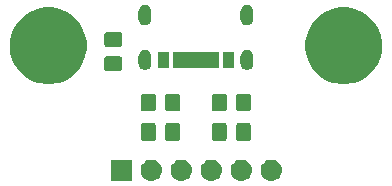
<source format=gbr>
G04 #@! TF.GenerationSoftware,KiCad,Pcbnew,(5.1.2-1)-1*
G04 #@! TF.CreationDate,2020-04-24T16:50:01+02:00*
G04 #@! TF.ProjectId,USB-C-Power-tester,5553422d-432d-4506-9f77-65722d746573,rev?*
G04 #@! TF.SameCoordinates,Original*
G04 #@! TF.FileFunction,Soldermask,Top*
G04 #@! TF.FilePolarity,Negative*
%FSLAX46Y46*%
G04 Gerber Fmt 4.6, Leading zero omitted, Abs format (unit mm)*
G04 Created by KiCad (PCBNEW (5.1.2-1)-1) date 2020-04-24 16:50:01*
%MOMM*%
%LPD*%
G04 APERTURE LIST*
%ADD10C,0.100000*%
G04 APERTURE END LIST*
D10*
G36*
X88980443Y-70655519D02*
G01*
X89046627Y-70662037D01*
X89216466Y-70713557D01*
X89372991Y-70797222D01*
X89408729Y-70826552D01*
X89510186Y-70909814D01*
X89593448Y-71011271D01*
X89622778Y-71047009D01*
X89706443Y-71203534D01*
X89757963Y-71373373D01*
X89775359Y-71550000D01*
X89757963Y-71726627D01*
X89706443Y-71896466D01*
X89622778Y-72052991D01*
X89593448Y-72088729D01*
X89510186Y-72190186D01*
X89408729Y-72273448D01*
X89372991Y-72302778D01*
X89216466Y-72386443D01*
X89046627Y-72437963D01*
X88980442Y-72444482D01*
X88914260Y-72451000D01*
X88825740Y-72451000D01*
X88759558Y-72444482D01*
X88693373Y-72437963D01*
X88523534Y-72386443D01*
X88367009Y-72302778D01*
X88331271Y-72273448D01*
X88229814Y-72190186D01*
X88146552Y-72088729D01*
X88117222Y-72052991D01*
X88033557Y-71896466D01*
X87982037Y-71726627D01*
X87964641Y-71550000D01*
X87982037Y-71373373D01*
X88033557Y-71203534D01*
X88117222Y-71047009D01*
X88146552Y-71011271D01*
X88229814Y-70909814D01*
X88331271Y-70826552D01*
X88367009Y-70797222D01*
X88523534Y-70713557D01*
X88693373Y-70662037D01*
X88759557Y-70655519D01*
X88825740Y-70649000D01*
X88914260Y-70649000D01*
X88980443Y-70655519D01*
X88980443Y-70655519D01*
G37*
G36*
X86440443Y-70655519D02*
G01*
X86506627Y-70662037D01*
X86676466Y-70713557D01*
X86832991Y-70797222D01*
X86868729Y-70826552D01*
X86970186Y-70909814D01*
X87053448Y-71011271D01*
X87082778Y-71047009D01*
X87166443Y-71203534D01*
X87217963Y-71373373D01*
X87235359Y-71550000D01*
X87217963Y-71726627D01*
X87166443Y-71896466D01*
X87082778Y-72052991D01*
X87053448Y-72088729D01*
X86970186Y-72190186D01*
X86868729Y-72273448D01*
X86832991Y-72302778D01*
X86676466Y-72386443D01*
X86506627Y-72437963D01*
X86440442Y-72444482D01*
X86374260Y-72451000D01*
X86285740Y-72451000D01*
X86219558Y-72444482D01*
X86153373Y-72437963D01*
X85983534Y-72386443D01*
X85827009Y-72302778D01*
X85791271Y-72273448D01*
X85689814Y-72190186D01*
X85606552Y-72088729D01*
X85577222Y-72052991D01*
X85493557Y-71896466D01*
X85442037Y-71726627D01*
X85424641Y-71550000D01*
X85442037Y-71373373D01*
X85493557Y-71203534D01*
X85577222Y-71047009D01*
X85606552Y-71011271D01*
X85689814Y-70909814D01*
X85791271Y-70826552D01*
X85827009Y-70797222D01*
X85983534Y-70713557D01*
X86153373Y-70662037D01*
X86219557Y-70655519D01*
X86285740Y-70649000D01*
X86374260Y-70649000D01*
X86440443Y-70655519D01*
X86440443Y-70655519D01*
G37*
G36*
X83900443Y-70655519D02*
G01*
X83966627Y-70662037D01*
X84136466Y-70713557D01*
X84292991Y-70797222D01*
X84328729Y-70826552D01*
X84430186Y-70909814D01*
X84513448Y-71011271D01*
X84542778Y-71047009D01*
X84626443Y-71203534D01*
X84677963Y-71373373D01*
X84695359Y-71550000D01*
X84677963Y-71726627D01*
X84626443Y-71896466D01*
X84542778Y-72052991D01*
X84513448Y-72088729D01*
X84430186Y-72190186D01*
X84328729Y-72273448D01*
X84292991Y-72302778D01*
X84136466Y-72386443D01*
X83966627Y-72437963D01*
X83900442Y-72444482D01*
X83834260Y-72451000D01*
X83745740Y-72451000D01*
X83679558Y-72444482D01*
X83613373Y-72437963D01*
X83443534Y-72386443D01*
X83287009Y-72302778D01*
X83251271Y-72273448D01*
X83149814Y-72190186D01*
X83066552Y-72088729D01*
X83037222Y-72052991D01*
X82953557Y-71896466D01*
X82902037Y-71726627D01*
X82884641Y-71550000D01*
X82902037Y-71373373D01*
X82953557Y-71203534D01*
X83037222Y-71047009D01*
X83066552Y-71011271D01*
X83149814Y-70909814D01*
X83251271Y-70826552D01*
X83287009Y-70797222D01*
X83443534Y-70713557D01*
X83613373Y-70662037D01*
X83679557Y-70655519D01*
X83745740Y-70649000D01*
X83834260Y-70649000D01*
X83900443Y-70655519D01*
X83900443Y-70655519D01*
G37*
G36*
X81360443Y-70655519D02*
G01*
X81426627Y-70662037D01*
X81596466Y-70713557D01*
X81752991Y-70797222D01*
X81788729Y-70826552D01*
X81890186Y-70909814D01*
X81973448Y-71011271D01*
X82002778Y-71047009D01*
X82086443Y-71203534D01*
X82137963Y-71373373D01*
X82155359Y-71550000D01*
X82137963Y-71726627D01*
X82086443Y-71896466D01*
X82002778Y-72052991D01*
X81973448Y-72088729D01*
X81890186Y-72190186D01*
X81788729Y-72273448D01*
X81752991Y-72302778D01*
X81596466Y-72386443D01*
X81426627Y-72437963D01*
X81360442Y-72444482D01*
X81294260Y-72451000D01*
X81205740Y-72451000D01*
X81139558Y-72444482D01*
X81073373Y-72437963D01*
X80903534Y-72386443D01*
X80747009Y-72302778D01*
X80711271Y-72273448D01*
X80609814Y-72190186D01*
X80526552Y-72088729D01*
X80497222Y-72052991D01*
X80413557Y-71896466D01*
X80362037Y-71726627D01*
X80344641Y-71550000D01*
X80362037Y-71373373D01*
X80413557Y-71203534D01*
X80497222Y-71047009D01*
X80526552Y-71011271D01*
X80609814Y-70909814D01*
X80711271Y-70826552D01*
X80747009Y-70797222D01*
X80903534Y-70713557D01*
X81073373Y-70662037D01*
X81139557Y-70655519D01*
X81205740Y-70649000D01*
X81294260Y-70649000D01*
X81360443Y-70655519D01*
X81360443Y-70655519D01*
G37*
G36*
X78820443Y-70655519D02*
G01*
X78886627Y-70662037D01*
X79056466Y-70713557D01*
X79212991Y-70797222D01*
X79248729Y-70826552D01*
X79350186Y-70909814D01*
X79433448Y-71011271D01*
X79462778Y-71047009D01*
X79546443Y-71203534D01*
X79597963Y-71373373D01*
X79615359Y-71550000D01*
X79597963Y-71726627D01*
X79546443Y-71896466D01*
X79462778Y-72052991D01*
X79433448Y-72088729D01*
X79350186Y-72190186D01*
X79248729Y-72273448D01*
X79212991Y-72302778D01*
X79056466Y-72386443D01*
X78886627Y-72437963D01*
X78820442Y-72444482D01*
X78754260Y-72451000D01*
X78665740Y-72451000D01*
X78599558Y-72444482D01*
X78533373Y-72437963D01*
X78363534Y-72386443D01*
X78207009Y-72302778D01*
X78171271Y-72273448D01*
X78069814Y-72190186D01*
X77986552Y-72088729D01*
X77957222Y-72052991D01*
X77873557Y-71896466D01*
X77822037Y-71726627D01*
X77804641Y-71550000D01*
X77822037Y-71373373D01*
X77873557Y-71203534D01*
X77957222Y-71047009D01*
X77986552Y-71011271D01*
X78069814Y-70909814D01*
X78171271Y-70826552D01*
X78207009Y-70797222D01*
X78363534Y-70713557D01*
X78533373Y-70662037D01*
X78599557Y-70655519D01*
X78665740Y-70649000D01*
X78754260Y-70649000D01*
X78820443Y-70655519D01*
X78820443Y-70655519D01*
G37*
G36*
X77071000Y-72451000D02*
G01*
X75269000Y-72451000D01*
X75269000Y-70649000D01*
X77071000Y-70649000D01*
X77071000Y-72451000D01*
X77071000Y-72451000D01*
G37*
G36*
X84938674Y-67553465D02*
G01*
X84976367Y-67564899D01*
X85011103Y-67583466D01*
X85041548Y-67608452D01*
X85066534Y-67638897D01*
X85085101Y-67673633D01*
X85096535Y-67711326D01*
X85101000Y-67756661D01*
X85101000Y-68843339D01*
X85096535Y-68888674D01*
X85085101Y-68926367D01*
X85066534Y-68961103D01*
X85041548Y-68991548D01*
X85011103Y-69016534D01*
X84976367Y-69035101D01*
X84938674Y-69046535D01*
X84893339Y-69051000D01*
X84056661Y-69051000D01*
X84011326Y-69046535D01*
X83973633Y-69035101D01*
X83938897Y-69016534D01*
X83908452Y-68991548D01*
X83883466Y-68961103D01*
X83864899Y-68926367D01*
X83853465Y-68888674D01*
X83849000Y-68843339D01*
X83849000Y-67756661D01*
X83853465Y-67711326D01*
X83864899Y-67673633D01*
X83883466Y-67638897D01*
X83908452Y-67608452D01*
X83938897Y-67583466D01*
X83973633Y-67564899D01*
X84011326Y-67553465D01*
X84056661Y-67549000D01*
X84893339Y-67549000D01*
X84938674Y-67553465D01*
X84938674Y-67553465D01*
G37*
G36*
X86988674Y-67553465D02*
G01*
X87026367Y-67564899D01*
X87061103Y-67583466D01*
X87091548Y-67608452D01*
X87116534Y-67638897D01*
X87135101Y-67673633D01*
X87146535Y-67711326D01*
X87151000Y-67756661D01*
X87151000Y-68843339D01*
X87146535Y-68888674D01*
X87135101Y-68926367D01*
X87116534Y-68961103D01*
X87091548Y-68991548D01*
X87061103Y-69016534D01*
X87026367Y-69035101D01*
X86988674Y-69046535D01*
X86943339Y-69051000D01*
X86106661Y-69051000D01*
X86061326Y-69046535D01*
X86023633Y-69035101D01*
X85988897Y-69016534D01*
X85958452Y-68991548D01*
X85933466Y-68961103D01*
X85914899Y-68926367D01*
X85903465Y-68888674D01*
X85899000Y-68843339D01*
X85899000Y-67756661D01*
X85903465Y-67711326D01*
X85914899Y-67673633D01*
X85933466Y-67638897D01*
X85958452Y-67608452D01*
X85988897Y-67583466D01*
X86023633Y-67564899D01*
X86061326Y-67553465D01*
X86106661Y-67549000D01*
X86943339Y-67549000D01*
X86988674Y-67553465D01*
X86988674Y-67553465D01*
G37*
G36*
X80988674Y-67553465D02*
G01*
X81026367Y-67564899D01*
X81061103Y-67583466D01*
X81091548Y-67608452D01*
X81116534Y-67638897D01*
X81135101Y-67673633D01*
X81146535Y-67711326D01*
X81151000Y-67756661D01*
X81151000Y-68843339D01*
X81146535Y-68888674D01*
X81135101Y-68926367D01*
X81116534Y-68961103D01*
X81091548Y-68991548D01*
X81061103Y-69016534D01*
X81026367Y-69035101D01*
X80988674Y-69046535D01*
X80943339Y-69051000D01*
X80106661Y-69051000D01*
X80061326Y-69046535D01*
X80023633Y-69035101D01*
X79988897Y-69016534D01*
X79958452Y-68991548D01*
X79933466Y-68961103D01*
X79914899Y-68926367D01*
X79903465Y-68888674D01*
X79899000Y-68843339D01*
X79899000Y-67756661D01*
X79903465Y-67711326D01*
X79914899Y-67673633D01*
X79933466Y-67638897D01*
X79958452Y-67608452D01*
X79988897Y-67583466D01*
X80023633Y-67564899D01*
X80061326Y-67553465D01*
X80106661Y-67549000D01*
X80943339Y-67549000D01*
X80988674Y-67553465D01*
X80988674Y-67553465D01*
G37*
G36*
X78938674Y-67553465D02*
G01*
X78976367Y-67564899D01*
X79011103Y-67583466D01*
X79041548Y-67608452D01*
X79066534Y-67638897D01*
X79085101Y-67673633D01*
X79096535Y-67711326D01*
X79101000Y-67756661D01*
X79101000Y-68843339D01*
X79096535Y-68888674D01*
X79085101Y-68926367D01*
X79066534Y-68961103D01*
X79041548Y-68991548D01*
X79011103Y-69016534D01*
X78976367Y-69035101D01*
X78938674Y-69046535D01*
X78893339Y-69051000D01*
X78056661Y-69051000D01*
X78011326Y-69046535D01*
X77973633Y-69035101D01*
X77938897Y-69016534D01*
X77908452Y-68991548D01*
X77883466Y-68961103D01*
X77864899Y-68926367D01*
X77853465Y-68888674D01*
X77849000Y-68843339D01*
X77849000Y-67756661D01*
X77853465Y-67711326D01*
X77864899Y-67673633D01*
X77883466Y-67638897D01*
X77908452Y-67608452D01*
X77938897Y-67583466D01*
X77973633Y-67564899D01*
X78011326Y-67553465D01*
X78056661Y-67549000D01*
X78893339Y-67549000D01*
X78938674Y-67553465D01*
X78938674Y-67553465D01*
G37*
G36*
X78938674Y-65053465D02*
G01*
X78976367Y-65064899D01*
X79011103Y-65083466D01*
X79041548Y-65108452D01*
X79066534Y-65138897D01*
X79085101Y-65173633D01*
X79096535Y-65211326D01*
X79101000Y-65256661D01*
X79101000Y-66343339D01*
X79096535Y-66388674D01*
X79085101Y-66426367D01*
X79066534Y-66461103D01*
X79041548Y-66491548D01*
X79011103Y-66516534D01*
X78976367Y-66535101D01*
X78938674Y-66546535D01*
X78893339Y-66551000D01*
X78056661Y-66551000D01*
X78011326Y-66546535D01*
X77973633Y-66535101D01*
X77938897Y-66516534D01*
X77908452Y-66491548D01*
X77883466Y-66461103D01*
X77864899Y-66426367D01*
X77853465Y-66388674D01*
X77849000Y-66343339D01*
X77849000Y-65256661D01*
X77853465Y-65211326D01*
X77864899Y-65173633D01*
X77883466Y-65138897D01*
X77908452Y-65108452D01*
X77938897Y-65083466D01*
X77973633Y-65064899D01*
X78011326Y-65053465D01*
X78056661Y-65049000D01*
X78893339Y-65049000D01*
X78938674Y-65053465D01*
X78938674Y-65053465D01*
G37*
G36*
X86988674Y-65053465D02*
G01*
X87026367Y-65064899D01*
X87061103Y-65083466D01*
X87091548Y-65108452D01*
X87116534Y-65138897D01*
X87135101Y-65173633D01*
X87146535Y-65211326D01*
X87151000Y-65256661D01*
X87151000Y-66343339D01*
X87146535Y-66388674D01*
X87135101Y-66426367D01*
X87116534Y-66461103D01*
X87091548Y-66491548D01*
X87061103Y-66516534D01*
X87026367Y-66535101D01*
X86988674Y-66546535D01*
X86943339Y-66551000D01*
X86106661Y-66551000D01*
X86061326Y-66546535D01*
X86023633Y-66535101D01*
X85988897Y-66516534D01*
X85958452Y-66491548D01*
X85933466Y-66461103D01*
X85914899Y-66426367D01*
X85903465Y-66388674D01*
X85899000Y-66343339D01*
X85899000Y-65256661D01*
X85903465Y-65211326D01*
X85914899Y-65173633D01*
X85933466Y-65138897D01*
X85958452Y-65108452D01*
X85988897Y-65083466D01*
X86023633Y-65064899D01*
X86061326Y-65053465D01*
X86106661Y-65049000D01*
X86943339Y-65049000D01*
X86988674Y-65053465D01*
X86988674Y-65053465D01*
G37*
G36*
X84938674Y-65053465D02*
G01*
X84976367Y-65064899D01*
X85011103Y-65083466D01*
X85041548Y-65108452D01*
X85066534Y-65138897D01*
X85085101Y-65173633D01*
X85096535Y-65211326D01*
X85101000Y-65256661D01*
X85101000Y-66343339D01*
X85096535Y-66388674D01*
X85085101Y-66426367D01*
X85066534Y-66461103D01*
X85041548Y-66491548D01*
X85011103Y-66516534D01*
X84976367Y-66535101D01*
X84938674Y-66546535D01*
X84893339Y-66551000D01*
X84056661Y-66551000D01*
X84011326Y-66546535D01*
X83973633Y-66535101D01*
X83938897Y-66516534D01*
X83908452Y-66491548D01*
X83883466Y-66461103D01*
X83864899Y-66426367D01*
X83853465Y-66388674D01*
X83849000Y-66343339D01*
X83849000Y-65256661D01*
X83853465Y-65211326D01*
X83864899Y-65173633D01*
X83883466Y-65138897D01*
X83908452Y-65108452D01*
X83938897Y-65083466D01*
X83973633Y-65064899D01*
X84011326Y-65053465D01*
X84056661Y-65049000D01*
X84893339Y-65049000D01*
X84938674Y-65053465D01*
X84938674Y-65053465D01*
G37*
G36*
X80988674Y-65053465D02*
G01*
X81026367Y-65064899D01*
X81061103Y-65083466D01*
X81091548Y-65108452D01*
X81116534Y-65138897D01*
X81135101Y-65173633D01*
X81146535Y-65211326D01*
X81151000Y-65256661D01*
X81151000Y-66343339D01*
X81146535Y-66388674D01*
X81135101Y-66426367D01*
X81116534Y-66461103D01*
X81091548Y-66491548D01*
X81061103Y-66516534D01*
X81026367Y-66535101D01*
X80988674Y-66546535D01*
X80943339Y-66551000D01*
X80106661Y-66551000D01*
X80061326Y-66546535D01*
X80023633Y-66535101D01*
X79988897Y-66516534D01*
X79958452Y-66491548D01*
X79933466Y-66461103D01*
X79914899Y-66426367D01*
X79903465Y-66388674D01*
X79899000Y-66343339D01*
X79899000Y-65256661D01*
X79903465Y-65211326D01*
X79914899Y-65173633D01*
X79933466Y-65138897D01*
X79958452Y-65108452D01*
X79988897Y-65083466D01*
X80023633Y-65064899D01*
X80061326Y-65053465D01*
X80106661Y-65049000D01*
X80943339Y-65049000D01*
X80988674Y-65053465D01*
X80988674Y-65053465D01*
G37*
G36*
X95634239Y-57811467D02*
G01*
X95948282Y-57873934D01*
X96539926Y-58119001D01*
X96829523Y-58312504D01*
X97072391Y-58474783D01*
X97525217Y-58927609D01*
X97583909Y-59015448D01*
X97880999Y-59460074D01*
X98126066Y-60051718D01*
X98139881Y-60121173D01*
X98251000Y-60679803D01*
X98251000Y-61320197D01*
X98213169Y-61510384D01*
X98126066Y-61948282D01*
X97880999Y-62539926D01*
X97654552Y-62878827D01*
X97567535Y-63009058D01*
X97525216Y-63072392D01*
X97072392Y-63525216D01*
X96539926Y-63880999D01*
X95948282Y-64126066D01*
X95634239Y-64188533D01*
X95320197Y-64251000D01*
X94679803Y-64251000D01*
X94365761Y-64188533D01*
X94051718Y-64126066D01*
X93460074Y-63880999D01*
X92927608Y-63525216D01*
X92474784Y-63072392D01*
X92432466Y-63009058D01*
X92345448Y-62878827D01*
X92119001Y-62539926D01*
X91873934Y-61948282D01*
X91786831Y-61510384D01*
X91749000Y-61320197D01*
X91749000Y-60679803D01*
X91860119Y-60121173D01*
X91873934Y-60051718D01*
X92119001Y-59460074D01*
X92416091Y-59015448D01*
X92474783Y-58927609D01*
X92927609Y-58474783D01*
X93170477Y-58312504D01*
X93460074Y-58119001D01*
X94051718Y-57873934D01*
X94365761Y-57811467D01*
X94679803Y-57749000D01*
X95320197Y-57749000D01*
X95634239Y-57811467D01*
X95634239Y-57811467D01*
G37*
G36*
X70634239Y-57811467D02*
G01*
X70948282Y-57873934D01*
X71539926Y-58119001D01*
X71829523Y-58312504D01*
X72072391Y-58474783D01*
X72525217Y-58927609D01*
X72583909Y-59015448D01*
X72880999Y-59460074D01*
X73126066Y-60051718D01*
X73139881Y-60121173D01*
X73251000Y-60679803D01*
X73251000Y-61320197D01*
X73213169Y-61510384D01*
X73126066Y-61948282D01*
X72880999Y-62539926D01*
X72654552Y-62878827D01*
X72567535Y-63009058D01*
X72525216Y-63072392D01*
X72072392Y-63525216D01*
X71539926Y-63880999D01*
X70948282Y-64126066D01*
X70634239Y-64188533D01*
X70320197Y-64251000D01*
X69679803Y-64251000D01*
X69365761Y-64188533D01*
X69051718Y-64126066D01*
X68460074Y-63880999D01*
X67927608Y-63525216D01*
X67474784Y-63072392D01*
X67432466Y-63009058D01*
X67345448Y-62878827D01*
X67119001Y-62539926D01*
X66873934Y-61948282D01*
X66786831Y-61510384D01*
X66749000Y-61320197D01*
X66749000Y-60679803D01*
X66860119Y-60121173D01*
X66873934Y-60051718D01*
X67119001Y-59460074D01*
X67416091Y-59015448D01*
X67474783Y-58927609D01*
X67927609Y-58474783D01*
X68170477Y-58312504D01*
X68460074Y-58119001D01*
X69051718Y-57873934D01*
X69365761Y-57811467D01*
X69679803Y-57749000D01*
X70320197Y-57749000D01*
X70634239Y-57811467D01*
X70634239Y-57811467D01*
G37*
G36*
X76088674Y-61903465D02*
G01*
X76126367Y-61914899D01*
X76161103Y-61933466D01*
X76191548Y-61958452D01*
X76216534Y-61988897D01*
X76235101Y-62023633D01*
X76246535Y-62061326D01*
X76251000Y-62106661D01*
X76251000Y-62943339D01*
X76246535Y-62988674D01*
X76235101Y-63026367D01*
X76216534Y-63061103D01*
X76191548Y-63091548D01*
X76161103Y-63116534D01*
X76126367Y-63135101D01*
X76088674Y-63146535D01*
X76043339Y-63151000D01*
X74956661Y-63151000D01*
X74911326Y-63146535D01*
X74873633Y-63135101D01*
X74838897Y-63116534D01*
X74808452Y-63091548D01*
X74783466Y-63061103D01*
X74764899Y-63026367D01*
X74753465Y-62988674D01*
X74749000Y-62943339D01*
X74749000Y-62106661D01*
X74753465Y-62061326D01*
X74764899Y-62023633D01*
X74783466Y-61988897D01*
X74808452Y-61958452D01*
X74838897Y-61933466D01*
X74873633Y-61914899D01*
X74911326Y-61903465D01*
X74956661Y-61899000D01*
X76043339Y-61899000D01*
X76088674Y-61903465D01*
X76088674Y-61903465D01*
G37*
G36*
X86927496Y-61359587D02*
G01*
X87030860Y-61390942D01*
X87126120Y-61441860D01*
X87209617Y-61510384D01*
X87278141Y-61593881D01*
X87329059Y-61689141D01*
X87360414Y-61792505D01*
X87371001Y-61900000D01*
X87371001Y-62500000D01*
X87360414Y-62607495D01*
X87329059Y-62710859D01*
X87278141Y-62806119D01*
X87209617Y-62889616D01*
X87126120Y-62958140D01*
X87030860Y-63009058D01*
X86927496Y-63040413D01*
X86820001Y-63051000D01*
X86819999Y-63051000D01*
X86712504Y-63040413D01*
X86609140Y-63009058D01*
X86513880Y-62958140D01*
X86430383Y-62889616D01*
X86361859Y-62806119D01*
X86310941Y-62710859D01*
X86279586Y-62607495D01*
X86268999Y-62500000D01*
X86268999Y-61900000D01*
X86279586Y-61792505D01*
X86310941Y-61689141D01*
X86361859Y-61593881D01*
X86430383Y-61510384D01*
X86513880Y-61441860D01*
X86609140Y-61390942D01*
X86712504Y-61359587D01*
X86819999Y-61349000D01*
X86820001Y-61349000D01*
X86927496Y-61359587D01*
X86927496Y-61359587D01*
G37*
G36*
X78287496Y-61359587D02*
G01*
X78390860Y-61390942D01*
X78486120Y-61441860D01*
X78569617Y-61510384D01*
X78638141Y-61593881D01*
X78689059Y-61689141D01*
X78720414Y-61792505D01*
X78731001Y-61900000D01*
X78731001Y-62500000D01*
X78720414Y-62607495D01*
X78689059Y-62710859D01*
X78638141Y-62806119D01*
X78569617Y-62889616D01*
X78486120Y-62958140D01*
X78390860Y-63009058D01*
X78287496Y-63040413D01*
X78180001Y-63051000D01*
X78179999Y-63051000D01*
X78072504Y-63040413D01*
X77969140Y-63009058D01*
X77873880Y-62958140D01*
X77790383Y-62889616D01*
X77721859Y-62806119D01*
X77670941Y-62710859D01*
X77639586Y-62607495D01*
X77628999Y-62500000D01*
X77628999Y-61900000D01*
X77639586Y-61792505D01*
X77670941Y-61689141D01*
X77721859Y-61593881D01*
X77790383Y-61510384D01*
X77873880Y-61441860D01*
X77969140Y-61390942D01*
X78072504Y-61359587D01*
X78179999Y-61349000D01*
X78180001Y-61349000D01*
X78287496Y-61359587D01*
X78287496Y-61359587D01*
G37*
G36*
X85701000Y-62851000D02*
G01*
X84799000Y-62851000D01*
X84799000Y-61549000D01*
X85701000Y-61549000D01*
X85701000Y-62851000D01*
X85701000Y-62851000D01*
G37*
G36*
X84471000Y-62851000D02*
G01*
X80529000Y-62851000D01*
X80529000Y-61549000D01*
X84471000Y-61549000D01*
X84471000Y-62851000D01*
X84471000Y-62851000D01*
G37*
G36*
X80201000Y-62851000D02*
G01*
X79299000Y-62851000D01*
X79299000Y-61549000D01*
X80201000Y-61549000D01*
X80201000Y-62851000D01*
X80201000Y-62851000D01*
G37*
G36*
X76088674Y-59853465D02*
G01*
X76126367Y-59864899D01*
X76161103Y-59883466D01*
X76191548Y-59908452D01*
X76216534Y-59938897D01*
X76235101Y-59973633D01*
X76246535Y-60011326D01*
X76251000Y-60056661D01*
X76251000Y-60893339D01*
X76246535Y-60938674D01*
X76235101Y-60976367D01*
X76216534Y-61011103D01*
X76191548Y-61041548D01*
X76161103Y-61066534D01*
X76126367Y-61085101D01*
X76088674Y-61096535D01*
X76043339Y-61101000D01*
X74956661Y-61101000D01*
X74911326Y-61096535D01*
X74873633Y-61085101D01*
X74838897Y-61066534D01*
X74808452Y-61041548D01*
X74783466Y-61011103D01*
X74764899Y-60976367D01*
X74753465Y-60938674D01*
X74749000Y-60893339D01*
X74749000Y-60056661D01*
X74753465Y-60011326D01*
X74764899Y-59973633D01*
X74783466Y-59938897D01*
X74808452Y-59908452D01*
X74838897Y-59883466D01*
X74873633Y-59864899D01*
X74911326Y-59853465D01*
X74956661Y-59849000D01*
X76043339Y-59849000D01*
X76088674Y-59853465D01*
X76088674Y-59853465D01*
G37*
G36*
X86927496Y-57559587D02*
G01*
X87030860Y-57590942D01*
X87126120Y-57641860D01*
X87209617Y-57710384D01*
X87278141Y-57793881D01*
X87329059Y-57889141D01*
X87360414Y-57992505D01*
X87371001Y-58100000D01*
X87371001Y-58700000D01*
X87360414Y-58807495D01*
X87329059Y-58910859D01*
X87278141Y-59006119D01*
X87209617Y-59089616D01*
X87126120Y-59158140D01*
X87030860Y-59209058D01*
X86927496Y-59240413D01*
X86820001Y-59251000D01*
X86819999Y-59251000D01*
X86712504Y-59240413D01*
X86609140Y-59209058D01*
X86513880Y-59158140D01*
X86430383Y-59089616D01*
X86361859Y-59006119D01*
X86310941Y-58910859D01*
X86279586Y-58807495D01*
X86268999Y-58700000D01*
X86268999Y-58100000D01*
X86279586Y-57992505D01*
X86310941Y-57889141D01*
X86361859Y-57793881D01*
X86430383Y-57710384D01*
X86513880Y-57641860D01*
X86609140Y-57590942D01*
X86712504Y-57559587D01*
X86819999Y-57549000D01*
X86820001Y-57549000D01*
X86927496Y-57559587D01*
X86927496Y-57559587D01*
G37*
G36*
X78287496Y-57559587D02*
G01*
X78390860Y-57590942D01*
X78486120Y-57641860D01*
X78569617Y-57710384D01*
X78638141Y-57793881D01*
X78689059Y-57889141D01*
X78720414Y-57992505D01*
X78731001Y-58100000D01*
X78731001Y-58700000D01*
X78720414Y-58807495D01*
X78689059Y-58910859D01*
X78638141Y-59006119D01*
X78569617Y-59089616D01*
X78486120Y-59158140D01*
X78390860Y-59209058D01*
X78287496Y-59240413D01*
X78180001Y-59251000D01*
X78179999Y-59251000D01*
X78072504Y-59240413D01*
X77969140Y-59209058D01*
X77873880Y-59158140D01*
X77790383Y-59089616D01*
X77721859Y-59006119D01*
X77670941Y-58910859D01*
X77639586Y-58807495D01*
X77628999Y-58700000D01*
X77628999Y-58100000D01*
X77639586Y-57992505D01*
X77670941Y-57889141D01*
X77721859Y-57793881D01*
X77790383Y-57710384D01*
X77873880Y-57641860D01*
X77969140Y-57590942D01*
X78072504Y-57559587D01*
X78179999Y-57549000D01*
X78180001Y-57549000D01*
X78287496Y-57559587D01*
X78287496Y-57559587D01*
G37*
M02*

</source>
